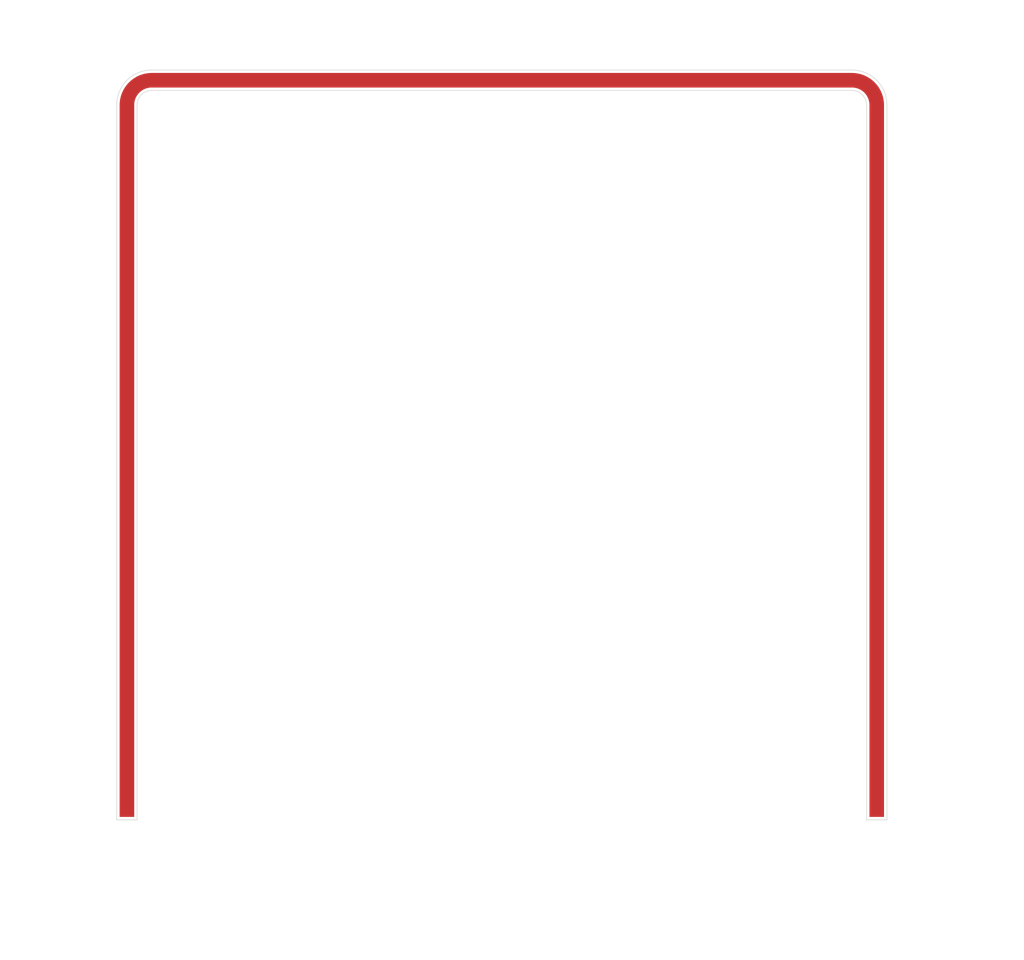
<source format=kicad_pcb>
(kicad_pcb
	(version 20240108)
	(generator "pcbnew")
	(generator_version "8.0")
	(general
		(thickness 1.6)
		(legacy_teardrops no)
	)
	(paper "A4")
	(layers
		(0 "F.Cu" signal)
		(31 "B.Cu" signal)
		(32 "B.Adhes" user "B.Adhesive")
		(33 "F.Adhes" user "F.Adhesive")
		(34 "B.Paste" user)
		(35 "F.Paste" user)
		(36 "B.SilkS" user "B.Silkscreen")
		(37 "F.SilkS" user "F.Silkscreen")
		(38 "B.Mask" user)
		(39 "F.Mask" user)
		(40 "Dwgs.User" user "User.Drawings")
		(41 "Cmts.User" user "User.Comments")
		(42 "Eco1.User" user "User.Eco1")
		(43 "Eco2.User" user "User.Eco2")
		(44 "Edge.Cuts" user)
		(45 "Margin" user)
		(46 "B.CrtYd" user "B.Courtyard")
		(47 "F.CrtYd" user "F.Courtyard")
		(48 "B.Fab" user)
		(49 "F.Fab" user)
		(50 "User.1" user)
		(51 "User.2" user)
		(52 "User.3" user)
		(53 "User.4" user)
		(54 "User.5" user)
		(55 "User.6" user)
		(56 "User.7" user)
		(57 "User.8" user)
		(58 "User.9" user)
	)
	(setup
		(pad_to_mask_clearance 0)
		(allow_soldermask_bridges_in_footprints no)
		(pcbplotparams
			(layerselection 0x0000300_7fffffff)
			(plot_on_all_layers_selection 0x0000000_00000000)
			(disableapertmacros no)
			(usegerberextensions no)
			(usegerberattributes yes)
			(usegerberadvancedattributes yes)
			(creategerberjobfile yes)
			(dashed_line_dash_ratio 12.000000)
			(dashed_line_gap_ratio 3.000000)
			(svgprecision 4)
			(plotframeref no)
			(viasonmask no)
			(mode 1)
			(useauxorigin no)
			(hpglpennumber 1)
			(hpglpenspeed 20)
			(hpglpendiameter 15.000000)
			(pdf_front_fp_property_popups yes)
			(pdf_back_fp_property_popups yes)
			(dxfpolygonmode yes)
			(dxfimperialunits no)
			(dxfusepcbnewfont yes)
			(psnegative no)
			(psa4output no)
			(plotreference yes)
			(plotvalue yes)
			(plotfptext yes)
			(plotinvisibletext no)
			(sketchpadsonfab no)
			(subtractmaskfromsilk no)
			(outputformat 3)
			(mirror no)
			(drillshape 0)
			(scaleselection 1)
			(outputdirectory "./")
		)
	)
	(net 0 "")
	(gr_line
		(start 165 37)
		(end 165 159)
		(stroke
			(width 0.1)
			(type default)
		)
		(layer "Dwgs.User")
		(uuid "365e43f7-4013-4f1c-858d-3a87a049553a")
	)
	(gr_line
		(start 34 37)
		(end 34 159)
		(stroke
			(width 0.1)
			(type default)
		)
		(layer "Dwgs.User")
		(uuid "45fe77b3-4d95-4e5f-a6e4-138b802eada1")
	)
	(gr_line
		(start 162.5 159)
		(end 165 159)
		(stroke
			(width 0.1)
			(type default)
		)
		(layer "Dwgs.User")
		(uuid "52c97fda-6a86-4ee4-ae83-754d729356ef")
	)
	(gr_line
		(start 36.5 159)
		(end 36.5 37)
		(stroke
			(width 0.1)
			(type default)
		)
		(layer "Dwgs.User")
		(uuid "7acc077d-a21f-427e-8f0f-027534e16ddc")
	)
	(gr_arc
		(start 159.5 31.5)
		(mid 163.389087 33.110913)
		(end 165 37)
		(stroke
			(width 0.1)
			(type default)
		)
		(layer "Dwgs.User")
		(uuid "8111e995-e2a4-4f61-b2b5-672b232cc0d9")
	)
	(gr_line
		(start 162.5 37)
		(end 162.5 159)
		(stroke
			(width 0.1)
			(type default)
		)
		(layer "Dwgs.User")
		(uuid "88ebd8b6-ade4-4556-94b7-7f1afd168bb1")
	)
	(gr_arc
		(start 159.5 34)
		(mid 161.62132 34.87868)
		(end 162.5 37)
		(stroke
			(width 0.1)
			(type default)
		)
		(layer "Dwgs.User")
		(uuid "a84a2546-6c54-4b9e-ab34-179d7d71e63c")
	)
	(gr_line
		(start 39.5 34)
		(end 159.5 34)
		(stroke
			(width 0.1)
			(type default)
		)
		(layer "Dwgs.User")
		(uuid "dc946910-3aa7-41da-a01a-4d3070b9825b")
	)
	(gr_arc
		(start 34 37)
		(mid 35.610913 33.110913)
		(end 39.5 31.5)
		(stroke
			(width 0.1)
			(type default)
		)
		(layer "Dwgs.User")
		(uuid "f16eb6c9-7da0-4b35-a27d-434497873156")
	)
	(gr_arc
		(start 36.5 37)
		(mid 37.37868 34.87868)
		(end 39.5 34)
		(stroke
			(width 0.1)
			(type default)
		)
		(layer "Dwgs.User")
		(uuid "f24f71f4-720f-458c-9e33-ab956c271512")
	)
	(gr_line
		(start 36.5 159)
		(end 34 159)
		(stroke
			(width 0.1)
			(type default)
		)
		(layer "Dwgs.User")
		(uuid "f5fa80c7-ecff-44ea-9bad-763ae85aa6cd")
	)
	(gr_line
		(start 39.5 31.5)
		(end 159.5 31.5)
		(stroke
			(width 0.1)
			(type default)
		)
		(layer "Dwgs.User")
		(uuid "fe91500b-d7fe-4f27-ab0e-bea6b7b6b70c")
	)
	(gr_line
		(start 39.5 34.5)
		(end 159.5 34.5)
		(stroke
			(width 0.1)
			(type default)
		)
		(layer "Edge.Cuts")
		(uuid "27743f1f-3488-4f2d-8148-c6501f44615b")
	)
	(gr_line
		(start 37 37)
		(end 37 159.5)
		(stroke
			(width 0.1)
			(type default)
		)
		(layer "Edge.Cuts")
		(uuid "31a93098-af09-46c6-97b1-681b4b56147e")
	)
	(gr_line
		(start 37 159.5)
		(end 33.5 159.5)
		(stroke
			(width 0.1)
			(type default)
		)
		(layer "Edge.Cuts")
		(uuid "88f1b9a7-577d-449c-92cc-8cc5bdfb680f")
	)
	(gr_line
		(start 162 37)
		(end 162 159.5)
		(stroke
			(width 0.1)
			(type default)
		)
		(layer "Edge.Cuts")
		(uuid "8db6a3a0-ccc6-4927-a278-a901e6fb9491")
	)
	(gr_arc
		(start 159.5 34.5)
		(mid 161.267767 35.232233)
		(end 162 37)
		(stroke
			(width 0.1)
			(type default)
		)
		(layer "Edge.Cuts")
		(uuid "8f80e3a6-5e3a-45f3-9836-79b229238fa7")
	)
	(gr_line
		(start 159.5 31)
		(end 39.5 31)
		(stroke
			(width 0.1)
			(type default)
		)
		(layer "Edge.Cuts")
		(uuid "9580808f-7916-4c95-94c4-e6cdf41c2f61")
	)
	(gr_line
		(start 33.5 159.5)
		(end 33.5 37)
		(stroke
			(width 0.1)
			(type default)
		)
		(layer "Edge.Cuts")
		(uuid "b4a62eb4-34b3-4360-903c-d478f1959859")
	)
	(gr_line
		(start 162 159.5)
		(end 165.5 159.5)
		(stroke
			(width 0.1)
			(type default)
		)
		(layer "Edge.Cuts")
		(uuid "ce604d7d-c4e4-4313-a79f-48ab6af447de")
	)
	(gr_arc
		(start 37 37)
		(mid 37.732233 35.232233)
		(end 39.5 34.5)
		(stroke
			(width 0.1)
			(type default)
		)
		(layer "Edge.Cuts")
		(uuid "d1981947-e0c6-4850-9ed2-c09cd7d2e373")
	)
	(gr_arc
		(start 33.5 37)
		(mid 35.257359 32.757359)
		(end 39.5 31)
		(stroke
			(width 0.1)
			(type default)
		)
		(layer "Edge.Cuts")
		(uuid "e850971d-3ecc-4264-aa09-485e7fa0a5b2")
	)
	(gr_line
		(start 165.5 159.5)
		(end 165.5 37)
		(stroke
			(width 0.1)
			(type default)
		)
		(layer "Edge.Cuts")
		(uuid "f8edd55a-77a5-4951-a957-97201befd3a3")
	)
	(gr_arc
		(start 159.5 31)
		(mid 163.742641 32.757359)
		(end 165.5 37)
		(stroke
			(width 0.1)
			(type default)
		)
		(layer "Edge.Cuts")
		(uuid "f94dada8-20a6-4202-8e1f-82d8b40b511b")
	)
	(gr_line
		(start 159 37)
		(end 160 37)
		(stroke
			(width 0.1)
			(type default)
		)
		(layer "F.CrtYd")
		(uuid "057c19f4-deab-4735-8807-ef0fc4c891ad")
	)
	(gr_line
		(start 39.5 36.5)
		(end 39.5 37.5)
		(stroke
			(width 0.1)
			(type default)
		)
		(layer "F.CrtYd")
		(uuid "09f1d914-db45-479c-bfde-b25b40f8d4dc")
	)
	(gr_line
		(start 39 37)
		(end 40 37)
		(stroke
			(width 0.1)
			(type default)
		)
		(layer "F.CrtYd")
		(uuid "534f6092-786c-4bd4-ab01-75c40254e9ef")
	)
	(gr_line
		(start 159.5 36.5)
		(end 159.5 37.5)
		(stroke
			(width 0.1)
			(type default)
		)
		(layer "F.CrtYd")
		(uuid "742d9fb8-6775-4a5a-b2ff-485cf90d1b1c")
	)
	(zone
		(net 0)
		(net_name "")
		(layer "F.Cu")
		(uuid "bf83f53c-5ae5-49b2-bc84-dbc165096b43")
		(hatch edge 0.5)
		(connect_pads yes
			(clearance 0)
		)
		(min_thickness 0.025)
		(filled_areas_thickness no)
		(fill yes
			(thermal_gap 0.5)
			(thermal_bridge_width 0.5)
			(island_removal_mode 1)
			(island_area_min 10)
		)
		(polygon
			(pts
				(xy 23 19) (xy 185.5 21.5) (xy 189 183.5) (xy 13.5 176.5) (xy 14 40)
			)
		)
		(filled_polygon
			(layer "F.Cu")
			(island)
			(pts
				(xy 159.500241 31.500509) (xy 159.953666 31.519264) (xy 159.954608 31.519341) (xy 160.404739 31.57545)
				(xy 160.405641 31.5756) (xy 160.849599 31.668689) (xy 160.85048 31.668912) (xy 161.285242 31.798346)
				(xy 161.286122 31.798648) (xy 161.708678 31.963531) (xy 161.709532 31.963904) (xy 162.117064 32.163134)
				(xy 162.117874 32.163573) (xy 162.507537 32.395762) (xy 162.508329 32.39628) (xy 162.877483 32.65985)
				(xy 162.878227 32.66043) (xy 163.224337 32.95357) (xy 163.225037 32.954213) (xy 163.545786 33.274962)
				(xy 163.546429 33.275662) (xy 163.839569 33.621772) (xy 163.840153 33.622522) (xy 164.103717 33.991667)
				(xy 164.104237 33.992462) (xy 164.336419 34.382112) (xy 164.336872 34.382948) (xy 164.536091 34.790459)
				(xy 164.536472 34.79133) (xy 164.701347 35.213867) (xy 164.701656 35.214766) (xy 164.831082 35.649499)
				(xy 164.831315 35.65042) (xy 164.924395 36.09434) (xy 164.924552 36.095278) (xy 164.980657 36.545388)
				(xy 164.980735 36.546335) (xy 164.99949 36.999758) (xy 164.9995 37.000233) (xy 164.9995 158.988)
				(xy 164.996132 158.996132) (xy 164.988 158.9995) (xy 162.512 158.9995) (xy 162.503868 158.996132)
				(xy 162.5005 158.988) (xy 162.5005 36.842758) (xy 162.5005 36.84275) (xy 162.467626 36.529974) (xy 162.402238 36.222348)
				(xy 162.305053 35.923241) (xy 162.177134 35.635932) (xy 162.048823 35.41369) (xy 162.019889 35.363574)
				(xy 161.911446 35.214315) (xy 161.835027 35.109133) (xy 161.835025 35.10913) (xy 161.835023 35.109128)
				(xy 161.624592 34.87542) (xy 161.624579 34.875407) (xy 161.390871 34.664976) (xy 161.136425 34.48011)
				(xy 160.864071 34.322867) (xy 160.777693 34.284409) (xy 160.576759 34.194947) (xy 160.427205 34.146354)
				(xy 160.277656 34.097763) (xy 160.277648 34.097761) (xy 160.211868 34.083779) (xy 159.970026 34.032374)
				(xy 159.97002 34.032373) (xy 159.970014 34.032372) (xy 159.65725 33.9995) (xy 159.565892 33.9995)
				(xy 39.565892 33.9995) (xy 39.5 33.9995) (xy 39.34275 33.9995) (xy 39.342749 33.9995) (xy 39.029987 34.032372)
				(xy 39.029983 34.032372) (xy 38.722351 34.097761) (xy 38.722343 34.097763) (xy 38.423244 34.194946)
				(xy 38.423241 34.194947) (xy 38.336866 34.233403) (xy 38.135928 34.322867) (xy 37.863574 34.48011)
				(xy 37.609128 34.664976) (xy 37.37542 34.875407) (xy 37.375407 34.87542) (xy 37.164976 35.109128)
				(xy 36.98011 35.363574) (xy 36.822867 35.635928) (xy 36.694946 35.923244) (xy 36.597763 36.222343)
				(xy 36.597761 36.222351) (xy 36.532372 36.529983) (xy 36.532372 36.529987) (xy 36.4995 36.842749)
				(xy 36.4995 158.988) (xy 36.496132 158.996132) (xy 36.488 158.9995) (xy 34.012 158.9995) (xy 34.003868 158.996132)
				(xy 34.0005 158.988) (xy 34.0005 37.000233) (xy 34.00051 36.999758) (xy 34.019264 36.546335) (xy 34.019342 36.545388)
				(xy 34.021262 36.529983) (xy 34.07545 36.095256) (xy 34.0756 36.094362) (xy 34.16869 35.650395)
				(xy 34.16891 35.649524) (xy 34.298348 35.21475) (xy 34.298646 35.213884) (xy 34.463534 34.791312)
				(xy 34.4639 34.790475) (xy 34.663139 34.382925) (xy 34.663567 34.382135) (xy 34.895771 33.992447)
				(xy 34.896272 33.991681) (xy 35.159859 33.622504) (xy 35.160417 33.621788) (xy 35.453581 33.275648)
				(xy 35.454201 33.274974) (xy 35.774974 32.954201) (xy 35.775648 32.953581) (xy 36.121788 32.660417)
				(xy 36.122504 32.659859) (xy 36.491681 32.396272) (xy 36.492447 32.395771) (xy 36.882135 32.163567)
				(xy 36.882925 32.163139) (xy 37.290475 31.9639) (xy 37.291312 31.963534) (xy 37.713884 31.798646)
				(xy 37.71475 31.798348) (xy 38.149524 31.66891) (xy 38.150395 31.66869) (xy 38.594362 31.5756) (xy 38.595256 31.57545)
				(xy 39.045392 31.519341) (xy 39.046331 31.519264) (xy 39.499758 31.500509) (xy 39.500233 31.5005)
				(xy 39.565892 31.5005) (xy 159.434108 31.5005) (xy 159.499767 31.5005)
			)
		)
	)
)
</source>
